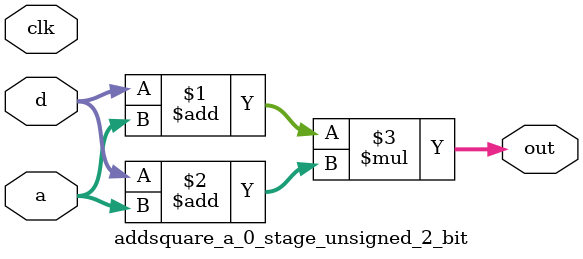
<source format=sv>
(* use_dsp = "yes" *) module addsquare_a_0_stage_unsigned_2_bit(
	input  [1:0] a,
	input  [1:0] d,
	output [1:0] out,
	input clk);

	assign out = (d + a) * (d + a);
endmodule

</source>
